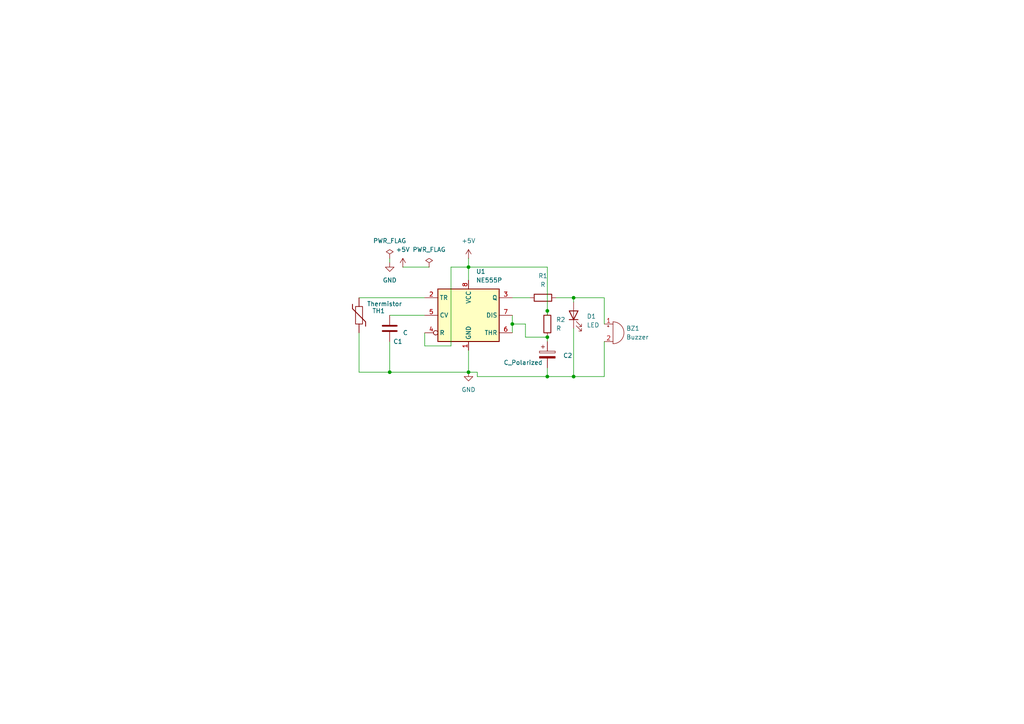
<source format=kicad_sch>
(kicad_sch
	(version 20231120)
	(generator "eeschema")
	(generator_version "8.0")
	(uuid "cc26e102-24b4-4e55-90d3-c83842a1b92f")
	(paper "A4")
	(lib_symbols
		(symbol "Device:Buzzer"
			(pin_names
				(offset 0.0254) hide)
			(exclude_from_sim no)
			(in_bom yes)
			(on_board yes)
			(property "Reference" "BZ"
				(at 3.81 1.27 0)
				(effects
					(font
						(size 1.27 1.27)
					)
					(justify left)
				)
			)
			(property "Value" "Buzzer"
				(at 3.81 -1.27 0)
				(effects
					(font
						(size 1.27 1.27)
					)
					(justify left)
				)
			)
			(property "Footprint" ""
				(at -0.635 2.54 90)
				(effects
					(font
						(size 1.27 1.27)
					)
					(hide yes)
				)
			)
			(property "Datasheet" "~"
				(at -0.635 2.54 90)
				(effects
					(font
						(size 1.27 1.27)
					)
					(hide yes)
				)
			)
			(property "Description" "Buzzer, polarized"
				(at 0 0 0)
				(effects
					(font
						(size 1.27 1.27)
					)
					(hide yes)
				)
			)
			(property "ki_keywords" "quartz resonator ceramic"
				(at 0 0 0)
				(effects
					(font
						(size 1.27 1.27)
					)
					(hide yes)
				)
			)
			(property "ki_fp_filters" "*Buzzer*"
				(at 0 0 0)
				(effects
					(font
						(size 1.27 1.27)
					)
					(hide yes)
				)
			)
			(symbol "Buzzer_0_1"
				(arc
					(start 0 -3.175)
					(mid 3.1612 0)
					(end 0 3.175)
					(stroke
						(width 0)
						(type default)
					)
					(fill
						(type none)
					)
				)
				(polyline
					(pts
						(xy -1.651 1.905) (xy -1.143 1.905)
					)
					(stroke
						(width 0)
						(type default)
					)
					(fill
						(type none)
					)
				)
				(polyline
					(pts
						(xy -1.397 2.159) (xy -1.397 1.651)
					)
					(stroke
						(width 0)
						(type default)
					)
					(fill
						(type none)
					)
				)
				(polyline
					(pts
						(xy 0 3.175) (xy 0 -3.175)
					)
					(stroke
						(width 0)
						(type default)
					)
					(fill
						(type none)
					)
				)
			)
			(symbol "Buzzer_1_1"
				(pin passive line
					(at -2.54 2.54 0)
					(length 2.54)
					(name "+"
						(effects
							(font
								(size 1.27 1.27)
							)
						)
					)
					(number "1"
						(effects
							(font
								(size 1.27 1.27)
							)
						)
					)
				)
				(pin passive line
					(at -2.54 -2.54 0)
					(length 2.54)
					(name "-"
						(effects
							(font
								(size 1.27 1.27)
							)
						)
					)
					(number "2"
						(effects
							(font
								(size 1.27 1.27)
							)
						)
					)
				)
			)
		)
		(symbol "Device:C"
			(pin_numbers hide)
			(pin_names
				(offset 0.254)
			)
			(exclude_from_sim no)
			(in_bom yes)
			(on_board yes)
			(property "Reference" "C"
				(at 0.635 2.54 0)
				(effects
					(font
						(size 1.27 1.27)
					)
					(justify left)
				)
			)
			(property "Value" "C"
				(at 0.635 -2.54 0)
				(effects
					(font
						(size 1.27 1.27)
					)
					(justify left)
				)
			)
			(property "Footprint" ""
				(at 0.9652 -3.81 0)
				(effects
					(font
						(size 1.27 1.27)
					)
					(hide yes)
				)
			)
			(property "Datasheet" "~"
				(at 0 0 0)
				(effects
					(font
						(size 1.27 1.27)
					)
					(hide yes)
				)
			)
			(property "Description" "Unpolarized capacitor"
				(at 0 0 0)
				(effects
					(font
						(size 1.27 1.27)
					)
					(hide yes)
				)
			)
			(property "ki_keywords" "cap capacitor"
				(at 0 0 0)
				(effects
					(font
						(size 1.27 1.27)
					)
					(hide yes)
				)
			)
			(property "ki_fp_filters" "C_*"
				(at 0 0 0)
				(effects
					(font
						(size 1.27 1.27)
					)
					(hide yes)
				)
			)
			(symbol "C_0_1"
				(polyline
					(pts
						(xy -2.032 -0.762) (xy 2.032 -0.762)
					)
					(stroke
						(width 0.508)
						(type default)
					)
					(fill
						(type none)
					)
				)
				(polyline
					(pts
						(xy -2.032 0.762) (xy 2.032 0.762)
					)
					(stroke
						(width 0.508)
						(type default)
					)
					(fill
						(type none)
					)
				)
			)
			(symbol "C_1_1"
				(pin passive line
					(at 0 3.81 270)
					(length 2.794)
					(name "~"
						(effects
							(font
								(size 1.27 1.27)
							)
						)
					)
					(number "1"
						(effects
							(font
								(size 1.27 1.27)
							)
						)
					)
				)
				(pin passive line
					(at 0 -3.81 90)
					(length 2.794)
					(name "~"
						(effects
							(font
								(size 1.27 1.27)
							)
						)
					)
					(number "2"
						(effects
							(font
								(size 1.27 1.27)
							)
						)
					)
				)
			)
		)
		(symbol "Device:C_Polarized"
			(pin_numbers hide)
			(pin_names
				(offset 0.254)
			)
			(exclude_from_sim no)
			(in_bom yes)
			(on_board yes)
			(property "Reference" "C"
				(at 0.635 2.54 0)
				(effects
					(font
						(size 1.27 1.27)
					)
					(justify left)
				)
			)
			(property "Value" "C_Polarized"
				(at 0.635 -2.54 0)
				(effects
					(font
						(size 1.27 1.27)
					)
					(justify left)
				)
			)
			(property "Footprint" ""
				(at 0.9652 -3.81 0)
				(effects
					(font
						(size 1.27 1.27)
					)
					(hide yes)
				)
			)
			(property "Datasheet" "~"
				(at 0 0 0)
				(effects
					(font
						(size 1.27 1.27)
					)
					(hide yes)
				)
			)
			(property "Description" "Polarized capacitor"
				(at 0 0 0)
				(effects
					(font
						(size 1.27 1.27)
					)
					(hide yes)
				)
			)
			(property "ki_keywords" "cap capacitor"
				(at 0 0 0)
				(effects
					(font
						(size 1.27 1.27)
					)
					(hide yes)
				)
			)
			(property "ki_fp_filters" "CP_*"
				(at 0 0 0)
				(effects
					(font
						(size 1.27 1.27)
					)
					(hide yes)
				)
			)
			(symbol "C_Polarized_0_1"
				(rectangle
					(start -2.286 0.508)
					(end 2.286 1.016)
					(stroke
						(width 0)
						(type default)
					)
					(fill
						(type none)
					)
				)
				(polyline
					(pts
						(xy -1.778 2.286) (xy -0.762 2.286)
					)
					(stroke
						(width 0)
						(type default)
					)
					(fill
						(type none)
					)
				)
				(polyline
					(pts
						(xy -1.27 2.794) (xy -1.27 1.778)
					)
					(stroke
						(width 0)
						(type default)
					)
					(fill
						(type none)
					)
				)
				(rectangle
					(start 2.286 -0.508)
					(end -2.286 -1.016)
					(stroke
						(width 0)
						(type default)
					)
					(fill
						(type outline)
					)
				)
			)
			(symbol "C_Polarized_1_1"
				(pin passive line
					(at 0 3.81 270)
					(length 2.794)
					(name "~"
						(effects
							(font
								(size 1.27 1.27)
							)
						)
					)
					(number "1"
						(effects
							(font
								(size 1.27 1.27)
							)
						)
					)
				)
				(pin passive line
					(at 0 -3.81 90)
					(length 2.794)
					(name "~"
						(effects
							(font
								(size 1.27 1.27)
							)
						)
					)
					(number "2"
						(effects
							(font
								(size 1.27 1.27)
							)
						)
					)
				)
			)
		)
		(symbol "Device:LED"
			(pin_numbers hide)
			(pin_names
				(offset 1.016) hide)
			(exclude_from_sim no)
			(in_bom yes)
			(on_board yes)
			(property "Reference" "D"
				(at 0 2.54 0)
				(effects
					(font
						(size 1.27 1.27)
					)
				)
			)
			(property "Value" "LED"
				(at 0 -2.54 0)
				(effects
					(font
						(size 1.27 1.27)
					)
				)
			)
			(property "Footprint" ""
				(at 0 0 0)
				(effects
					(font
						(size 1.27 1.27)
					)
					(hide yes)
				)
			)
			(property "Datasheet" "~"
				(at 0 0 0)
				(effects
					(font
						(size 1.27 1.27)
					)
					(hide yes)
				)
			)
			(property "Description" "Light emitting diode"
				(at 0 0 0)
				(effects
					(font
						(size 1.27 1.27)
					)
					(hide yes)
				)
			)
			(property "ki_keywords" "LED diode"
				(at 0 0 0)
				(effects
					(font
						(size 1.27 1.27)
					)
					(hide yes)
				)
			)
			(property "ki_fp_filters" "LED* LED_SMD:* LED_THT:*"
				(at 0 0 0)
				(effects
					(font
						(size 1.27 1.27)
					)
					(hide yes)
				)
			)
			(symbol "LED_0_1"
				(polyline
					(pts
						(xy -1.27 -1.27) (xy -1.27 1.27)
					)
					(stroke
						(width 0.254)
						(type default)
					)
					(fill
						(type none)
					)
				)
				(polyline
					(pts
						(xy -1.27 0) (xy 1.27 0)
					)
					(stroke
						(width 0)
						(type default)
					)
					(fill
						(type none)
					)
				)
				(polyline
					(pts
						(xy 1.27 -1.27) (xy 1.27 1.27) (xy -1.27 0) (xy 1.27 -1.27)
					)
					(stroke
						(width 0.254)
						(type default)
					)
					(fill
						(type none)
					)
				)
				(polyline
					(pts
						(xy -3.048 -0.762) (xy -4.572 -2.286) (xy -3.81 -2.286) (xy -4.572 -2.286) (xy -4.572 -1.524)
					)
					(stroke
						(width 0)
						(type default)
					)
					(fill
						(type none)
					)
				)
				(polyline
					(pts
						(xy -1.778 -0.762) (xy -3.302 -2.286) (xy -2.54 -2.286) (xy -3.302 -2.286) (xy -3.302 -1.524)
					)
					(stroke
						(width 0)
						(type default)
					)
					(fill
						(type none)
					)
				)
			)
			(symbol "LED_1_1"
				(pin passive line
					(at -3.81 0 0)
					(length 2.54)
					(name "K"
						(effects
							(font
								(size 1.27 1.27)
							)
						)
					)
					(number "1"
						(effects
							(font
								(size 1.27 1.27)
							)
						)
					)
				)
				(pin passive line
					(at 3.81 0 180)
					(length 2.54)
					(name "A"
						(effects
							(font
								(size 1.27 1.27)
							)
						)
					)
					(number "2"
						(effects
							(font
								(size 1.27 1.27)
							)
						)
					)
				)
			)
		)
		(symbol "Device:R"
			(pin_numbers hide)
			(pin_names
				(offset 0)
			)
			(exclude_from_sim no)
			(in_bom yes)
			(on_board yes)
			(property "Reference" "R"
				(at 2.032 0 90)
				(effects
					(font
						(size 1.27 1.27)
					)
				)
			)
			(property "Value" "R"
				(at 0 0 90)
				(effects
					(font
						(size 1.27 1.27)
					)
				)
			)
			(property "Footprint" ""
				(at -1.778 0 90)
				(effects
					(font
						(size 1.27 1.27)
					)
					(hide yes)
				)
			)
			(property "Datasheet" "~"
				(at 0 0 0)
				(effects
					(font
						(size 1.27 1.27)
					)
					(hide yes)
				)
			)
			(property "Description" "Resistor"
				(at 0 0 0)
				(effects
					(font
						(size 1.27 1.27)
					)
					(hide yes)
				)
			)
			(property "ki_keywords" "R res resistor"
				(at 0 0 0)
				(effects
					(font
						(size 1.27 1.27)
					)
					(hide yes)
				)
			)
			(property "ki_fp_filters" "R_*"
				(at 0 0 0)
				(effects
					(font
						(size 1.27 1.27)
					)
					(hide yes)
				)
			)
			(symbol "R_0_1"
				(rectangle
					(start -1.016 -2.54)
					(end 1.016 2.54)
					(stroke
						(width 0.254)
						(type default)
					)
					(fill
						(type none)
					)
				)
			)
			(symbol "R_1_1"
				(pin passive line
					(at 0 3.81 270)
					(length 1.27)
					(name "~"
						(effects
							(font
								(size 1.27 1.27)
							)
						)
					)
					(number "1"
						(effects
							(font
								(size 1.27 1.27)
							)
						)
					)
				)
				(pin passive line
					(at 0 -3.81 90)
					(length 1.27)
					(name "~"
						(effects
							(font
								(size 1.27 1.27)
							)
						)
					)
					(number "2"
						(effects
							(font
								(size 1.27 1.27)
							)
						)
					)
				)
			)
		)
		(symbol "Device:Thermistor"
			(pin_numbers hide)
			(pin_names
				(offset 0)
			)
			(exclude_from_sim no)
			(in_bom yes)
			(on_board yes)
			(property "Reference" "TH"
				(at 2.54 1.27 90)
				(effects
					(font
						(size 1.27 1.27)
					)
				)
			)
			(property "Value" "Thermistor"
				(at -2.54 0 90)
				(effects
					(font
						(size 1.27 1.27)
					)
					(justify bottom)
				)
			)
			(property "Footprint" ""
				(at 0 0 0)
				(effects
					(font
						(size 1.27 1.27)
					)
					(hide yes)
				)
			)
			(property "Datasheet" "~"
				(at 0 0 0)
				(effects
					(font
						(size 1.27 1.27)
					)
					(hide yes)
				)
			)
			(property "Description" "Temperature dependent resistor"
				(at 0 0 0)
				(effects
					(font
						(size 1.27 1.27)
					)
					(hide yes)
				)
			)
			(property "ki_keywords" "R res thermistor"
				(at 0 0 0)
				(effects
					(font
						(size 1.27 1.27)
					)
					(hide yes)
				)
			)
			(property "ki_fp_filters" "R_*"
				(at 0 0 0)
				(effects
					(font
						(size 1.27 1.27)
					)
					(hide yes)
				)
			)
			(symbol "Thermistor_0_1"
				(rectangle
					(start -1.016 2.54)
					(end 1.016 -2.54)
					(stroke
						(width 0.2032)
						(type default)
					)
					(fill
						(type none)
					)
				)
				(polyline
					(pts
						(xy -1.905 3.175) (xy -1.905 1.905) (xy 1.905 -1.905) (xy 1.905 -3.175) (xy 1.905 -3.175)
					)
					(stroke
						(width 0.254)
						(type default)
					)
					(fill
						(type none)
					)
				)
			)
			(symbol "Thermistor_1_1"
				(pin passive line
					(at 0 5.08 270)
					(length 2.54)
					(name "~"
						(effects
							(font
								(size 1.27 1.27)
							)
						)
					)
					(number "1"
						(effects
							(font
								(size 1.27 1.27)
							)
						)
					)
				)
				(pin passive line
					(at 0 -5.08 90)
					(length 2.54)
					(name "~"
						(effects
							(font
								(size 1.27 1.27)
							)
						)
					)
					(number "2"
						(effects
							(font
								(size 1.27 1.27)
							)
						)
					)
				)
			)
		)
		(symbol "Timer:NE555P"
			(exclude_from_sim no)
			(in_bom yes)
			(on_board yes)
			(property "Reference" "U"
				(at -10.16 8.89 0)
				(effects
					(font
						(size 1.27 1.27)
					)
					(justify left)
				)
			)
			(property "Value" "NE555P"
				(at 2.54 8.89 0)
				(effects
					(font
						(size 1.27 1.27)
					)
					(justify left)
				)
			)
			(property "Footprint" "Package_DIP:DIP-8_W7.62mm"
				(at 16.51 -10.16 0)
				(effects
					(font
						(size 1.27 1.27)
					)
					(hide yes)
				)
			)
			(property "Datasheet" "http://www.ti.com/lit/ds/symlink/ne555.pdf"
				(at 21.59 -10.16 0)
				(effects
					(font
						(size 1.27 1.27)
					)
					(hide yes)
				)
			)
			(property "Description" "Precision Timers, 555 compatible,  PDIP-8"
				(at 0 0 0)
				(effects
					(font
						(size 1.27 1.27)
					)
					(hide yes)
				)
			)
			(property "ki_keywords" "single timer 555"
				(at 0 0 0)
				(effects
					(font
						(size 1.27 1.27)
					)
					(hide yes)
				)
			)
			(property "ki_fp_filters" "DIP*W7.62mm*"
				(at 0 0 0)
				(effects
					(font
						(size 1.27 1.27)
					)
					(hide yes)
				)
			)
			(symbol "NE555P_0_0"
				(pin power_in line
					(at 0 -10.16 90)
					(length 2.54)
					(name "GND"
						(effects
							(font
								(size 1.27 1.27)
							)
						)
					)
					(number "1"
						(effects
							(font
								(size 1.27 1.27)
							)
						)
					)
				)
				(pin power_in line
					(at 0 10.16 270)
					(length 2.54)
					(name "VCC"
						(effects
							(font
								(size 1.27 1.27)
							)
						)
					)
					(number "8"
						(effects
							(font
								(size 1.27 1.27)
							)
						)
					)
				)
			)
			(symbol "NE555P_0_1"
				(rectangle
					(start -8.89 -7.62)
					(end 8.89 7.62)
					(stroke
						(width 0.254)
						(type default)
					)
					(fill
						(type background)
					)
				)
				(rectangle
					(start -8.89 -7.62)
					(end 8.89 7.62)
					(stroke
						(width 0.254)
						(type default)
					)
					(fill
						(type background)
					)
				)
			)
			(symbol "NE555P_1_1"
				(pin input line
					(at -12.7 5.08 0)
					(length 3.81)
					(name "TR"
						(effects
							(font
								(size 1.27 1.27)
							)
						)
					)
					(number "2"
						(effects
							(font
								(size 1.27 1.27)
							)
						)
					)
				)
				(pin output line
					(at 12.7 5.08 180)
					(length 3.81)
					(name "Q"
						(effects
							(font
								(size 1.27 1.27)
							)
						)
					)
					(number "3"
						(effects
							(font
								(size 1.27 1.27)
							)
						)
					)
				)
				(pin input inverted
					(at -12.7 -5.08 0)
					(length 3.81)
					(name "R"
						(effects
							(font
								(size 1.27 1.27)
							)
						)
					)
					(number "4"
						(effects
							(font
								(size 1.27 1.27)
							)
						)
					)
				)
				(pin input line
					(at -12.7 0 0)
					(length 3.81)
					(name "CV"
						(effects
							(font
								(size 1.27 1.27)
							)
						)
					)
					(number "5"
						(effects
							(font
								(size 1.27 1.27)
							)
						)
					)
				)
				(pin input line
					(at 12.7 -5.08 180)
					(length 3.81)
					(name "THR"
						(effects
							(font
								(size 1.27 1.27)
							)
						)
					)
					(number "6"
						(effects
							(font
								(size 1.27 1.27)
							)
						)
					)
				)
				(pin input line
					(at 12.7 0 180)
					(length 3.81)
					(name "DIS"
						(effects
							(font
								(size 1.27 1.27)
							)
						)
					)
					(number "7"
						(effects
							(font
								(size 1.27 1.27)
							)
						)
					)
				)
			)
		)
		(symbol "power:+5V"
			(power)
			(pin_numbers hide)
			(pin_names
				(offset 0) hide)
			(exclude_from_sim no)
			(in_bom yes)
			(on_board yes)
			(property "Reference" "#PWR"
				(at 0 -3.81 0)
				(effects
					(font
						(size 1.27 1.27)
					)
					(hide yes)
				)
			)
			(property "Value" "+5V"
				(at 0 3.556 0)
				(effects
					(font
						(size 1.27 1.27)
					)
				)
			)
			(property "Footprint" ""
				(at 0 0 0)
				(effects
					(font
						(size 1.27 1.27)
					)
					(hide yes)
				)
			)
			(property "Datasheet" ""
				(at 0 0 0)
				(effects
					(font
						(size 1.27 1.27)
					)
					(hide yes)
				)
			)
			(property "Description" "Power symbol creates a global label with name \"+5V\""
				(at 0 0 0)
				(effects
					(font
						(size 1.27 1.27)
					)
					(hide yes)
				)
			)
			(property "ki_keywords" "global power"
				(at 0 0 0)
				(effects
					(font
						(size 1.27 1.27)
					)
					(hide yes)
				)
			)
			(symbol "+5V_0_1"
				(polyline
					(pts
						(xy -0.762 1.27) (xy 0 2.54)
					)
					(stroke
						(width 0)
						(type default)
					)
					(fill
						(type none)
					)
				)
				(polyline
					(pts
						(xy 0 0) (xy 0 2.54)
					)
					(stroke
						(width 0)
						(type default)
					)
					(fill
						(type none)
					)
				)
				(polyline
					(pts
						(xy 0 2.54) (xy 0.762 1.27)
					)
					(stroke
						(width 0)
						(type default)
					)
					(fill
						(type none)
					)
				)
			)
			(symbol "+5V_1_1"
				(pin power_in line
					(at 0 0 90)
					(length 0)
					(name "~"
						(effects
							(font
								(size 1.27 1.27)
							)
						)
					)
					(number "1"
						(effects
							(font
								(size 1.27 1.27)
							)
						)
					)
				)
			)
		)
		(symbol "power:GND"
			(power)
			(pin_numbers hide)
			(pin_names
				(offset 0) hide)
			(exclude_from_sim no)
			(in_bom yes)
			(on_board yes)
			(property "Reference" "#PWR"
				(at 0 -6.35 0)
				(effects
					(font
						(size 1.27 1.27)
					)
					(hide yes)
				)
			)
			(property "Value" "GND"
				(at 0 -3.81 0)
				(effects
					(font
						(size 1.27 1.27)
					)
				)
			)
			(property "Footprint" ""
				(at 0 0 0)
				(effects
					(font
						(size 1.27 1.27)
					)
					(hide yes)
				)
			)
			(property "Datasheet" ""
				(at 0 0 0)
				(effects
					(font
						(size 1.27 1.27)
					)
					(hide yes)
				)
			)
			(property "Description" "Power symbol creates a global label with name \"GND\" , ground"
				(at 0 0 0)
				(effects
					(font
						(size 1.27 1.27)
					)
					(hide yes)
				)
			)
			(property "ki_keywords" "global power"
				(at 0 0 0)
				(effects
					(font
						(size 1.27 1.27)
					)
					(hide yes)
				)
			)
			(symbol "GND_0_1"
				(polyline
					(pts
						(xy 0 0) (xy 0 -1.27) (xy 1.27 -1.27) (xy 0 -2.54) (xy -1.27 -1.27) (xy 0 -1.27)
					)
					(stroke
						(width 0)
						(type default)
					)
					(fill
						(type none)
					)
				)
			)
			(symbol "GND_1_1"
				(pin power_in line
					(at 0 0 270)
					(length 0)
					(name "~"
						(effects
							(font
								(size 1.27 1.27)
							)
						)
					)
					(number "1"
						(effects
							(font
								(size 1.27 1.27)
							)
						)
					)
				)
			)
		)
		(symbol "power:PWR_FLAG"
			(power)
			(pin_numbers hide)
			(pin_names
				(offset 0) hide)
			(exclude_from_sim no)
			(in_bom yes)
			(on_board yes)
			(property "Reference" "#FLG"
				(at 0 1.905 0)
				(effects
					(font
						(size 1.27 1.27)
					)
					(hide yes)
				)
			)
			(property "Value" "PWR_FLAG"
				(at 0 3.81 0)
				(effects
					(font
						(size 1.27 1.27)
					)
				)
			)
			(property "Footprint" ""
				(at 0 0 0)
				(effects
					(font
						(size 1.27 1.27)
					)
					(hide yes)
				)
			)
			(property "Datasheet" "~"
				(at 0 0 0)
				(effects
					(font
						(size 1.27 1.27)
					)
					(hide yes)
				)
			)
			(property "Description" "Special symbol for telling ERC where power comes from"
				(at 0 0 0)
				(effects
					(font
						(size 1.27 1.27)
					)
					(hide yes)
				)
			)
			(property "ki_keywords" "flag power"
				(at 0 0 0)
				(effects
					(font
						(size 1.27 1.27)
					)
					(hide yes)
				)
			)
			(symbol "PWR_FLAG_0_0"
				(pin power_out line
					(at 0 0 90)
					(length 0)
					(name "~"
						(effects
							(font
								(size 1.27 1.27)
							)
						)
					)
					(number "1"
						(effects
							(font
								(size 1.27 1.27)
							)
						)
					)
				)
			)
			(symbol "PWR_FLAG_0_1"
				(polyline
					(pts
						(xy 0 0) (xy 0 1.27) (xy -1.016 1.905) (xy 0 2.54) (xy 1.016 1.905) (xy 0 1.27)
					)
					(stroke
						(width 0)
						(type default)
					)
					(fill
						(type none)
					)
				)
			)
		)
	)
	(junction
		(at 113.03 107.95)
		(diameter 0)
		(color 0 0 0 0)
		(uuid "2fcd3582-2688-4c3f-9651-bf3a88d26e72")
	)
	(junction
		(at 158.75 90.17)
		(diameter 0)
		(color 0 0 0 0)
		(uuid "36bf9e3e-8c7f-4ae9-aabe-c4b3e3f1b87c")
	)
	(junction
		(at 166.37 109.22)
		(diameter 0)
		(color 0 0 0 0)
		(uuid "66151f29-1f14-469d-881b-9638b3d1dabb")
	)
	(junction
		(at 148.59 93.98)
		(diameter 0)
		(color 0 0 0 0)
		(uuid "96fc55e4-cc81-4af5-a157-1fff9a3431d5")
	)
	(junction
		(at 135.89 107.95)
		(diameter 0)
		(color 0 0 0 0)
		(uuid "a49682a7-aa6b-4734-b7a8-f76e82116208")
	)
	(junction
		(at 158.75 109.22)
		(diameter 0)
		(color 0 0 0 0)
		(uuid "ab45af13-0150-4969-9d4f-e5952e80b553")
	)
	(junction
		(at 158.75 97.79)
		(diameter 0)
		(color 0 0 0 0)
		(uuid "c47bc933-4bbe-4424-ae17-2f1f367ecba4")
	)
	(junction
		(at 135.89 77.47)
		(diameter 0)
		(color 0 0 0 0)
		(uuid "ca76ca2c-58fc-410d-ae16-3201f9bed0bb")
	)
	(junction
		(at 166.37 86.36)
		(diameter 0)
		(color 0 0 0 0)
		(uuid "d920e3cd-8ccc-4892-a70e-91ccae83281e")
	)
	(wire
		(pts
			(xy 152.4 93.98) (xy 152.4 97.79)
		)
		(stroke
			(width 0)
			(type default)
		)
		(uuid "17017692-339e-44c2-93e8-6f051798a3c0")
	)
	(wire
		(pts
			(xy 166.37 95.25) (xy 166.37 109.22)
		)
		(stroke
			(width 0)
			(type default)
		)
		(uuid "17b5bf5e-3f0a-472b-8a83-1fa27b21f374")
	)
	(wire
		(pts
			(xy 158.75 97.79) (xy 158.75 99.06)
		)
		(stroke
			(width 0)
			(type default)
		)
		(uuid "1c67eb87-9903-4f19-96ce-f37b249072f7")
	)
	(wire
		(pts
			(xy 135.89 101.6) (xy 135.89 107.95)
		)
		(stroke
			(width 0)
			(type default)
		)
		(uuid "35756a0c-34ff-4b69-b62f-731a228836ac")
	)
	(wire
		(pts
			(xy 175.26 99.06) (xy 175.26 109.22)
		)
		(stroke
			(width 0)
			(type default)
		)
		(uuid "429cc9af-c871-41ee-803e-246b284e2fe2")
	)
	(wire
		(pts
			(xy 148.59 86.36) (xy 153.67 86.36)
		)
		(stroke
			(width 0)
			(type default)
		)
		(uuid "4478bbdc-45ed-498d-ad89-a83393ef2846")
	)
	(wire
		(pts
			(xy 135.89 77.47) (xy 158.75 77.47)
		)
		(stroke
			(width 0)
			(type default)
		)
		(uuid "476f18bc-0ef1-4267-b948-9db76dd011fd")
	)
	(wire
		(pts
			(xy 158.75 77.47) (xy 158.75 90.17)
		)
		(stroke
			(width 0)
			(type default)
		)
		(uuid "56feab2d-b039-421c-baff-e46e8d8b4a70")
	)
	(wire
		(pts
			(xy 152.4 97.79) (xy 158.75 97.79)
		)
		(stroke
			(width 0)
			(type default)
		)
		(uuid "5d6a8f4a-53f1-414e-be38-7980719c0306")
	)
	(wire
		(pts
			(xy 130.81 77.47) (xy 135.89 77.47)
		)
		(stroke
			(width 0)
			(type default)
		)
		(uuid "67154333-b2c9-460f-8646-5fb107bfb969")
	)
	(wire
		(pts
			(xy 113.03 107.95) (xy 135.89 107.95)
		)
		(stroke
			(width 0)
			(type default)
		)
		(uuid "6aab7edb-e94f-4200-86c2-8b05b34c9332")
	)
	(wire
		(pts
			(xy 130.81 100.33) (xy 130.81 77.47)
		)
		(stroke
			(width 0)
			(type default)
		)
		(uuid "6beb6632-2449-4bd6-953e-8422d7003d70")
	)
	(wire
		(pts
			(xy 113.03 74.93) (xy 113.03 76.2)
		)
		(stroke
			(width 0)
			(type default)
		)
		(uuid "7414e6ec-9264-45d4-adb2-f6404268cec9")
	)
	(wire
		(pts
			(xy 161.29 86.36) (xy 166.37 86.36)
		)
		(stroke
			(width 0)
			(type default)
		)
		(uuid "75ddd401-c5b9-47cc-85e3-2ff699ef9d16")
	)
	(wire
		(pts
			(xy 166.37 86.36) (xy 175.26 86.36)
		)
		(stroke
			(width 0)
			(type default)
		)
		(uuid "783d8aa1-1cd1-49f1-bc2a-51e13fcc6d03")
	)
	(wire
		(pts
			(xy 166.37 109.22) (xy 158.75 109.22)
		)
		(stroke
			(width 0)
			(type default)
		)
		(uuid "7f080ea8-68bc-4b38-8c8a-888aab32e4a7")
	)
	(wire
		(pts
			(xy 104.14 86.36) (xy 123.19 86.36)
		)
		(stroke
			(width 0)
			(type default)
		)
		(uuid "8680a583-7e5c-44ea-993e-8dd931fcd166")
	)
	(wire
		(pts
			(xy 158.75 109.22) (xy 138.43 109.22)
		)
		(stroke
			(width 0)
			(type default)
		)
		(uuid "8a01293b-96f5-4d55-abc8-091fac2f1ea9")
	)
	(wire
		(pts
			(xy 138.43 109.22) (xy 138.43 107.95)
		)
		(stroke
			(width 0)
			(type default)
		)
		(uuid "8c89b489-c3a7-441c-bdf4-59262f4e2f75")
	)
	(wire
		(pts
			(xy 104.14 96.52) (xy 104.14 107.95)
		)
		(stroke
			(width 0)
			(type default)
		)
		(uuid "8efcbd18-4532-4cd2-8942-f3f19cac25c0")
	)
	(wire
		(pts
			(xy 123.19 100.33) (xy 130.81 100.33)
		)
		(stroke
			(width 0)
			(type default)
		)
		(uuid "922525b6-dce4-4118-9a52-dcd8490e0534")
	)
	(wire
		(pts
			(xy 158.75 106.68) (xy 158.75 109.22)
		)
		(stroke
			(width 0)
			(type default)
		)
		(uuid "949b5f61-0079-4b21-8217-8211db964e5f")
	)
	(wire
		(pts
			(xy 175.26 93.98) (xy 175.26 86.36)
		)
		(stroke
			(width 0)
			(type default)
		)
		(uuid "9bf4e8a0-85c8-48d2-9418-88476072c779")
	)
	(wire
		(pts
			(xy 148.59 93.98) (xy 148.59 96.52)
		)
		(stroke
			(width 0)
			(type default)
		)
		(uuid "9ce3fa78-950c-471b-8ddd-55b8a184bb4b")
	)
	(wire
		(pts
			(xy 116.84 77.47) (xy 124.46 77.47)
		)
		(stroke
			(width 0)
			(type default)
		)
		(uuid "abb95acd-7fe8-44fe-965c-a25bafbec1f6")
	)
	(wire
		(pts
			(xy 123.19 96.52) (xy 123.19 100.33)
		)
		(stroke
			(width 0)
			(type default)
		)
		(uuid "b027f1cd-67aa-4ba2-92fd-e8e58c1d8008")
	)
	(wire
		(pts
			(xy 148.59 93.98) (xy 152.4 93.98)
		)
		(stroke
			(width 0)
			(type default)
		)
		(uuid "b72e4971-4c6f-4ba2-be81-9bfa2c9a913d")
	)
	(wire
		(pts
			(xy 166.37 86.36) (xy 166.37 87.63)
		)
		(stroke
			(width 0)
			(type default)
		)
		(uuid "c07f2e4f-6213-4c5c-9db5-33693b12a382")
	)
	(wire
		(pts
			(xy 113.03 91.44) (xy 123.19 91.44)
		)
		(stroke
			(width 0)
			(type default)
		)
		(uuid "c2c1bca2-c05a-4a1b-8b32-78ccea7343ff")
	)
	(wire
		(pts
			(xy 135.89 77.47) (xy 135.89 81.28)
		)
		(stroke
			(width 0)
			(type default)
		)
		(uuid "c8c72630-3923-4319-9723-b2ae2b85a1ab")
	)
	(wire
		(pts
			(xy 138.43 107.95) (xy 135.89 107.95)
		)
		(stroke
			(width 0)
			(type default)
		)
		(uuid "ca38158d-ec0f-4328-83eb-d68654a16bea")
	)
	(wire
		(pts
			(xy 175.26 109.22) (xy 166.37 109.22)
		)
		(stroke
			(width 0)
			(type default)
		)
		(uuid "ce135ceb-9f72-4335-8a02-f892da7adcd1")
	)
	(wire
		(pts
			(xy 148.59 91.44) (xy 148.59 93.98)
		)
		(stroke
			(width 0)
			(type default)
		)
		(uuid "f152025c-8967-4f98-b74d-80672c81b7c1")
	)
	(wire
		(pts
			(xy 104.14 107.95) (xy 113.03 107.95)
		)
		(stroke
			(width 0)
			(type default)
		)
		(uuid "f3eed563-40d4-48b9-abe8-9da099f17ef5")
	)
	(wire
		(pts
			(xy 158.75 90.17) (xy 158.75 91.44)
		)
		(stroke
			(width 0)
			(type default)
		)
		(uuid "f755e2d0-c160-41cb-9ed8-ea68c8b16bf9")
	)
	(wire
		(pts
			(xy 135.89 74.93) (xy 135.89 77.47)
		)
		(stroke
			(width 0)
			(type default)
		)
		(uuid "fa7bad5e-786e-4589-aeb9-e0859db6c935")
	)
	(wire
		(pts
			(xy 113.03 99.06) (xy 113.03 107.95)
		)
		(stroke
			(width 0)
			(type default)
		)
		(uuid "ffddbbd6-3a4d-4a69-9cc3-28ba2c665f69")
	)
	(symbol
		(lib_id "Device:LED")
		(at 166.37 91.44 90)
		(unit 1)
		(exclude_from_sim no)
		(in_bom yes)
		(on_board yes)
		(dnp no)
		(fields_autoplaced yes)
		(uuid "07374ae1-891c-4c02-9e7e-4bf8094aeff0")
		(property "Reference" "D1"
			(at 170.18 91.7574 90)
			(effects
				(font
					(size 1.27 1.27)
				)
				(justify right)
			)
		)
		(property "Value" "LED"
			(at 170.18 94.2974 90)
			(effects
				(font
					(size 1.27 1.27)
				)
				(justify right)
			)
		)
		(property "Footprint" "LED_THT:LED_D3.0mm"
			(at 166.37 91.44 0)
			(effects
				(font
					(size 1.27 1.27)
				)
				(hide yes)
			)
		)
		(property "Datasheet" "~"
			(at 166.37 91.44 0)
			(effects
				(font
					(size 1.27 1.27)
				)
				(hide yes)
			)
		)
		(property "Description" "Light emitting diode"
			(at 166.37 91.44 0)
			(effects
				(font
					(size 1.27 1.27)
				)
				(hide yes)
			)
		)
		(pin "1"
			(uuid "be72071e-a600-4959-987a-6a775ed1349f")
		)
		(pin "2"
			(uuid "6e4ef354-dda3-48c9-b94f-4cede029c097")
		)
		(instances
			(project ""
				(path "/cc26e102-24b4-4e55-90d3-c83842a1b92f"
					(reference "D1")
					(unit 1)
				)
			)
		)
	)
	(symbol
		(lib_id "power:+5V")
		(at 116.84 77.47 0)
		(unit 1)
		(exclude_from_sim no)
		(in_bom yes)
		(on_board yes)
		(dnp no)
		(fields_autoplaced yes)
		(uuid "0b1febb0-67a0-46dc-9896-f6d8620659c3")
		(property "Reference" "#PWR04"
			(at 116.84 81.28 0)
			(effects
				(font
					(size 1.27 1.27)
				)
				(hide yes)
			)
		)
		(property "Value" "+5V"
			(at 116.84 72.39 0)
			(effects
				(font
					(size 1.27 1.27)
				)
			)
		)
		(property "Footprint" ""
			(at 116.84 77.47 0)
			(effects
				(font
					(size 1.27 1.27)
				)
				(hide yes)
			)
		)
		(property "Datasheet" ""
			(at 116.84 77.47 0)
			(effects
				(font
					(size 1.27 1.27)
				)
				(hide yes)
			)
		)
		(property "Description" "Power symbol creates a global label with name \"+5V\""
			(at 116.84 77.47 0)
			(effects
				(font
					(size 1.27 1.27)
				)
				(hide yes)
			)
		)
		(pin "1"
			(uuid "ec433d93-ec1a-4279-a408-9f5221867ccb")
		)
		(instances
			(project "Fire Alarm"
				(path "/cc26e102-24b4-4e55-90d3-c83842a1b92f"
					(reference "#PWR04")
					(unit 1)
				)
			)
		)
	)
	(symbol
		(lib_id "Device:R")
		(at 158.75 93.98 0)
		(unit 1)
		(exclude_from_sim no)
		(in_bom yes)
		(on_board yes)
		(dnp no)
		(fields_autoplaced yes)
		(uuid "0d41064c-153d-4ff3-973b-de97b1da1f0c")
		(property "Reference" "R2"
			(at 161.29 92.7099 0)
			(effects
				(font
					(size 1.27 1.27)
				)
				(justify left)
			)
		)
		(property "Value" "R"
			(at 161.29 95.2499 0)
			(effects
				(font
					(size 1.27 1.27)
				)
				(justify left)
			)
		)
		(property "Footprint" "Resistor_THT:R_Axial_DIN0204_L3.6mm_D1.6mm_P7.62mm_Horizontal"
			(at 156.972 93.98 90)
			(effects
				(font
					(size 1.27 1.27)
				)
				(hide yes)
			)
		)
		(property "Datasheet" "~"
			(at 158.75 93.98 0)
			(effects
				(font
					(size 1.27 1.27)
				)
				(hide yes)
			)
		)
		(property "Description" "Resistor"
			(at 158.75 93.98 0)
			(effects
				(font
					(size 1.27 1.27)
				)
				(hide yes)
			)
		)
		(pin "2"
			(uuid "4d3fcbbb-f1e9-4e99-bc83-638f8c23266f")
		)
		(pin "1"
			(uuid "9e8ed6d6-1714-4111-af65-c407fb1c61e5")
		)
		(instances
			(project "Fire Alarm"
				(path "/cc26e102-24b4-4e55-90d3-c83842a1b92f"
					(reference "R2")
					(unit 1)
				)
			)
		)
	)
	(symbol
		(lib_id "power:GND")
		(at 113.03 76.2 0)
		(unit 1)
		(exclude_from_sim no)
		(in_bom yes)
		(on_board yes)
		(dnp no)
		(fields_autoplaced yes)
		(uuid "0da196a8-fd5e-4c2e-a0a1-4f960f14bb27")
		(property "Reference" "#PWR02"
			(at 113.03 82.55 0)
			(effects
				(font
					(size 1.27 1.27)
				)
				(hide yes)
			)
		)
		(property "Value" "GND"
			(at 113.03 81.28 0)
			(effects
				(font
					(size 1.27 1.27)
				)
			)
		)
		(property "Footprint" ""
			(at 113.03 76.2 0)
			(effects
				(font
					(size 1.27 1.27)
				)
				(hide yes)
			)
		)
		(property "Datasheet" ""
			(at 113.03 76.2 0)
			(effects
				(font
					(size 1.27 1.27)
				)
				(hide yes)
			)
		)
		(property "Description" "Power symbol creates a global label with name \"GND\" , ground"
			(at 113.03 76.2 0)
			(effects
				(font
					(size 1.27 1.27)
				)
				(hide yes)
			)
		)
		(pin "1"
			(uuid "a8dd5b86-23bc-411b-a2fb-795898808845")
		)
		(instances
			(project ""
				(path "/cc26e102-24b4-4e55-90d3-c83842a1b92f"
					(reference "#PWR02")
					(unit 1)
				)
			)
		)
	)
	(symbol
		(lib_id "power:+5V")
		(at 135.89 74.93 0)
		(unit 1)
		(exclude_from_sim no)
		(in_bom yes)
		(on_board yes)
		(dnp no)
		(fields_autoplaced yes)
		(uuid "4ef4e498-f9ee-46c0-8e02-d9e588722b28")
		(property "Reference" "#PWR01"
			(at 135.89 78.74 0)
			(effects
				(font
					(size 1.27 1.27)
				)
				(hide yes)
			)
		)
		(property "Value" "+5V"
			(at 135.89 69.85 0)
			(effects
				(font
					(size 1.27 1.27)
				)
			)
		)
		(property "Footprint" ""
			(at 135.89 74.93 0)
			(effects
				(font
					(size 1.27 1.27)
				)
				(hide yes)
			)
		)
		(property "Datasheet" ""
			(at 135.89 74.93 0)
			(effects
				(font
					(size 1.27 1.27)
				)
				(hide yes)
			)
		)
		(property "Description" "Power symbol creates a global label with name \"+5V\""
			(at 135.89 74.93 0)
			(effects
				(font
					(size 1.27 1.27)
				)
				(hide yes)
			)
		)
		(pin "1"
			(uuid "714508d1-d146-4926-8ef9-9a6d96ad30a0")
		)
		(instances
			(project ""
				(path "/cc26e102-24b4-4e55-90d3-c83842a1b92f"
					(reference "#PWR01")
					(unit 1)
				)
			)
		)
	)
	(symbol
		(lib_id "Device:R")
		(at 157.48 86.36 90)
		(unit 1)
		(exclude_from_sim no)
		(in_bom yes)
		(on_board yes)
		(dnp no)
		(fields_autoplaced yes)
		(uuid "53ad4907-622d-415f-a7ea-124e333ebcc6")
		(property "Reference" "R1"
			(at 157.48 80.01 90)
			(effects
				(font
					(size 1.27 1.27)
				)
			)
		)
		(property "Value" "R"
			(at 157.48 82.55 90)
			(effects
				(font
					(size 1.27 1.27)
				)
			)
		)
		(property "Footprint" "Resistor_THT:R_Axial_DIN0204_L3.6mm_D1.6mm_P7.62mm_Horizontal"
			(at 157.48 88.138 90)
			(effects
				(font
					(size 1.27 1.27)
				)
				(hide yes)
			)
		)
		(property "Datasheet" "~"
			(at 157.48 86.36 0)
			(effects
				(font
					(size 1.27 1.27)
				)
				(hide yes)
			)
		)
		(property "Description" "Resistor"
			(at 157.48 86.36 0)
			(effects
				(font
					(size 1.27 1.27)
				)
				(hide yes)
			)
		)
		(pin "2"
			(uuid "530086da-cc79-477a-953c-2d3df501b610")
		)
		(pin "1"
			(uuid "ac0f079d-e0cb-499f-978b-ea157b2e9272")
		)
		(instances
			(project ""
				(path "/cc26e102-24b4-4e55-90d3-c83842a1b92f"
					(reference "R1")
					(unit 1)
				)
			)
		)
	)
	(symbol
		(lib_id "power:GND")
		(at 135.89 107.95 0)
		(unit 1)
		(exclude_from_sim no)
		(in_bom yes)
		(on_board yes)
		(dnp no)
		(fields_autoplaced yes)
		(uuid "6218ab74-9e2f-46a9-b38b-5209062e3182")
		(property "Reference" "#PWR03"
			(at 135.89 114.3 0)
			(effects
				(font
					(size 1.27 1.27)
				)
				(hide yes)
			)
		)
		(property "Value" "GND"
			(at 135.89 113.03 0)
			(effects
				(font
					(size 1.27 1.27)
				)
			)
		)
		(property "Footprint" ""
			(at 135.89 107.95 0)
			(effects
				(font
					(size 1.27 1.27)
				)
				(hide yes)
			)
		)
		(property "Datasheet" ""
			(at 135.89 107.95 0)
			(effects
				(font
					(size 1.27 1.27)
				)
				(hide yes)
			)
		)
		(property "Description" "Power symbol creates a global label with name \"GND\" , ground"
			(at 135.89 107.95 0)
			(effects
				(font
					(size 1.27 1.27)
				)
				(hide yes)
			)
		)
		(pin "1"
			(uuid "defac4f5-04d0-421b-bf35-1d851884e7d4")
		)
		(instances
			(project "Fire Alarm"
				(path "/cc26e102-24b4-4e55-90d3-c83842a1b92f"
					(reference "#PWR03")
					(unit 1)
				)
			)
		)
	)
	(symbol
		(lib_id "Device:C")
		(at 113.03 95.25 0)
		(unit 1)
		(exclude_from_sim no)
		(in_bom yes)
		(on_board yes)
		(dnp no)
		(uuid "b701171b-f51c-4d73-affc-015d03e06dd9")
		(property "Reference" "C1"
			(at 114.046 99.06 0)
			(effects
				(font
					(size 1.27 1.27)
				)
				(justify left)
			)
		)
		(property "Value" "C"
			(at 116.84 96.5199 0)
			(effects
				(font
					(size 1.27 1.27)
				)
				(justify left)
			)
		)
		(property "Footprint" "Capacitor_THT:C_Disc_D3.4mm_W2.1mm_P2.50mm"
			(at 113.9952 99.06 0)
			(effects
				(font
					(size 1.27 1.27)
				)
				(hide yes)
			)
		)
		(property "Datasheet" "~"
			(at 113.03 95.25 0)
			(effects
				(font
					(size 1.27 1.27)
				)
				(hide yes)
			)
		)
		(property "Description" "Unpolarized capacitor"
			(at 113.03 95.25 0)
			(effects
				(font
					(size 1.27 1.27)
				)
				(hide yes)
			)
		)
		(pin "2"
			(uuid "8dd6673f-ee6e-49e4-b2f7-15b99de66407")
		)
		(pin "1"
			(uuid "26df783c-2fb1-48ff-853b-f8a323fc9b74")
		)
		(instances
			(project ""
				(path "/cc26e102-24b4-4e55-90d3-c83842a1b92f"
					(reference "C1")
					(unit 1)
				)
			)
		)
	)
	(symbol
		(lib_id "power:PWR_FLAG")
		(at 124.46 77.47 0)
		(unit 1)
		(exclude_from_sim no)
		(in_bom yes)
		(on_board yes)
		(dnp no)
		(fields_autoplaced yes)
		(uuid "d4851abb-bc8c-4a84-8a09-8660407a2e91")
		(property "Reference" "#FLG03"
			(at 124.46 75.565 0)
			(effects
				(font
					(size 1.27 1.27)
				)
				(hide yes)
			)
		)
		(property "Value" "PWR_FLAG"
			(at 124.46 72.39 0)
			(effects
				(font
					(size 1.27 1.27)
				)
			)
		)
		(property "Footprint" ""
			(at 124.46 77.47 0)
			(effects
				(font
					(size 1.27 1.27)
				)
				(hide yes)
			)
		)
		(property "Datasheet" "~"
			(at 124.46 77.47 0)
			(effects
				(font
					(size 1.27 1.27)
				)
				(hide yes)
			)
		)
		(property "Description" "Special symbol for telling ERC where power comes from"
			(at 124.46 77.47 0)
			(effects
				(font
					(size 1.27 1.27)
				)
				(hide yes)
			)
		)
		(pin "1"
			(uuid "1f586e5c-f9e3-4790-acd9-60bb376df6d2")
		)
		(instances
			(project ""
				(path "/cc26e102-24b4-4e55-90d3-c83842a1b92f"
					(reference "#FLG03")
					(unit 1)
				)
			)
		)
	)
	(symbol
		(lib_id "Device:Buzzer")
		(at 177.8 96.52 0)
		(unit 1)
		(exclude_from_sim no)
		(in_bom yes)
		(on_board yes)
		(dnp no)
		(fields_autoplaced yes)
		(uuid "d4fb325d-71ef-4af6-bcdb-bdc7ca3ca0e8")
		(property "Reference" "BZ1"
			(at 181.61 95.2499 0)
			(effects
				(font
					(size 1.27 1.27)
				)
				(justify left)
			)
		)
		(property "Value" "Buzzer"
			(at 181.61 97.7899 0)
			(effects
				(font
					(size 1.27 1.27)
				)
				(justify left)
			)
		)
		(property "Footprint" "Buzzer_Beeper:MagneticBuzzer_Kingstate_KCG0601"
			(at 177.165 93.98 90)
			(effects
				(font
					(size 1.27 1.27)
				)
				(hide yes)
			)
		)
		(property "Datasheet" "~"
			(at 177.165 93.98 90)
			(effects
				(font
					(size 1.27 1.27)
				)
				(hide yes)
			)
		)
		(property "Description" "Buzzer, polarized"
			(at 177.8 96.52 0)
			(effects
				(font
					(size 1.27 1.27)
				)
				(hide yes)
			)
		)
		(pin "1"
			(uuid "38800176-cb85-4b95-8334-a53b9cfb2fee")
		)
		(pin "2"
			(uuid "b4152823-11f5-44ec-8d86-5c0b1c2f04bf")
		)
		(instances
			(project ""
				(path "/cc26e102-24b4-4e55-90d3-c83842a1b92f"
					(reference "BZ1")
					(unit 1)
				)
			)
		)
	)
	(symbol
		(lib_id "Timer:NE555P")
		(at 135.89 91.44 0)
		(unit 1)
		(exclude_from_sim no)
		(in_bom yes)
		(on_board yes)
		(dnp no)
		(fields_autoplaced yes)
		(uuid "e108a4a3-f316-431a-b071-031f7852c212")
		(property "Reference" "U1"
			(at 138.0841 78.74 0)
			(effects
				(font
					(size 1.27 1.27)
				)
				(justify left)
			)
		)
		(property "Value" "NE555P"
			(at 138.0841 81.28 0)
			(effects
				(font
					(size 1.27 1.27)
				)
				(justify left)
			)
		)
		(property "Footprint" "Package_DIP:DIP-8_W7.62mm_LongPads"
			(at 152.4 101.6 0)
			(effects
				(font
					(size 1.27 1.27)
				)
				(hide yes)
			)
		)
		(property "Datasheet" "http://www.ti.com/lit/ds/symlink/ne555.pdf"
			(at 157.48 101.6 0)
			(effects
				(font
					(size 1.27 1.27)
				)
				(hide yes)
			)
		)
		(property "Description" "Precision Timers, 555 compatible,  PDIP-8"
			(at 135.89 91.44 0)
			(effects
				(font
					(size 1.27 1.27)
				)
				(hide yes)
			)
		)
		(pin "8"
			(uuid "5aedc7cc-5325-479a-bcb9-ab409a8118be")
		)
		(pin "7"
			(uuid "ec98c89d-1465-4d34-afc3-6e54a5511a05")
		)
		(pin "6"
			(uuid "f892e127-332c-4a39-871c-176dfafb459e")
		)
		(pin "3"
			(uuid "1c4e2cea-b079-4929-9a74-8f0393304e35")
		)
		(pin "1"
			(uuid "6add13e6-27dc-417f-9854-35f6721db23d")
		)
		(pin "2"
			(uuid "4dfefaae-ec3d-4c38-be63-02ceb1b58f7d")
		)
		(pin "4"
			(uuid "86599fa3-9416-46c1-bffe-9cfcc01dbefb")
		)
		(pin "5"
			(uuid "cc9a58e4-2d4e-4aec-ba89-4b74f8f765f0")
		)
		(instances
			(project ""
				(path "/cc26e102-24b4-4e55-90d3-c83842a1b92f"
					(reference "U1")
					(unit 1)
				)
			)
		)
	)
	(symbol
		(lib_id "Device:C_Polarized")
		(at 158.75 102.87 0)
		(unit 1)
		(exclude_from_sim no)
		(in_bom yes)
		(on_board yes)
		(dnp no)
		(uuid "e84df8eb-84e6-4815-aa49-9750cc089b62")
		(property "Reference" "C2"
			(at 163.322 103.124 0)
			(effects
				(font
					(size 1.27 1.27)
				)
				(justify left)
			)
		)
		(property "Value" "C_Polarized"
			(at 146.05 105.156 0)
			(effects
				(font
					(size 1.27 1.27)
				)
				(justify left)
			)
		)
		(property "Footprint" "Capacitor_THT:CP_Radial_D5.0mm_P2.50mm"
			(at 159.7152 106.68 0)
			(effects
				(font
					(size 1.27 1.27)
				)
				(hide yes)
			)
		)
		(property "Datasheet" "~"
			(at 158.75 102.87 0)
			(effects
				(font
					(size 1.27 1.27)
				)
				(hide yes)
			)
		)
		(property "Description" "Polarized capacitor"
			(at 158.75 102.87 0)
			(effects
				(font
					(size 1.27 1.27)
				)
				(hide yes)
			)
		)
		(pin "1"
			(uuid "4b6f0f28-5802-423f-85fe-76daeac93260")
		)
		(pin "2"
			(uuid "26008ad4-6aed-4ca7-9f4c-44bbc9021b46")
		)
		(instances
			(project ""
				(path "/cc26e102-24b4-4e55-90d3-c83842a1b92f"
					(reference "C2")
					(unit 1)
				)
			)
		)
	)
	(symbol
		(lib_id "Device:Thermistor")
		(at 104.14 91.44 0)
		(unit 1)
		(exclude_from_sim no)
		(in_bom yes)
		(on_board yes)
		(dnp no)
		(uuid "e86fb109-b912-40ef-a032-824fb3b9f4b3")
		(property "Reference" "TH1"
			(at 107.95 90.1699 0)
			(effects
				(font
					(size 1.27 1.27)
				)
				(justify left)
			)
		)
		(property "Value" "Thermistor"
			(at 106.426 88.138 0)
			(effects
				(font
					(size 1.27 1.27)
				)
				(justify left)
			)
		)
		(property "Footprint" "TerminalBlock:TerminalBlock_bornier-2_P5.08mm"
			(at 104.14 91.44 0)
			(effects
				(font
					(size 1.27 1.27)
				)
				(hide yes)
			)
		)
		(property "Datasheet" "~"
			(at 104.14 91.44 0)
			(effects
				(font
					(size 1.27 1.27)
				)
				(hide yes)
			)
		)
		(property "Description" "Temperature dependent resistor"
			(at 104.14 91.44 0)
			(effects
				(font
					(size 1.27 1.27)
				)
				(hide yes)
			)
		)
		(pin "2"
			(uuid "09a9d5db-78ad-4d9b-83c0-12b320eb785b")
		)
		(pin "1"
			(uuid "f4f659ee-45dd-4632-bfc9-7a07826284a4")
		)
		(instances
			(project ""
				(path "/cc26e102-24b4-4e55-90d3-c83842a1b92f"
					(reference "TH1")
					(unit 1)
				)
			)
		)
	)
	(symbol
		(lib_id "power:PWR_FLAG")
		(at 113.03 74.93 0)
		(unit 1)
		(exclude_from_sim no)
		(in_bom yes)
		(on_board yes)
		(dnp no)
		(fields_autoplaced yes)
		(uuid "f9205bea-c77c-4c42-a065-5919253910b0")
		(property "Reference" "#FLG02"
			(at 113.03 73.025 0)
			(effects
				(font
					(size 1.27 1.27)
				)
				(hide yes)
			)
		)
		(property "Value" "PWR_FLAG"
			(at 113.03 69.85 0)
			(effects
				(font
					(size 1.27 1.27)
				)
			)
		)
		(property "Footprint" ""
			(at 113.03 74.93 0)
			(effects
				(font
					(size 1.27 1.27)
				)
				(hide yes)
			)
		)
		(property "Datasheet" "~"
			(at 113.03 74.93 0)
			(effects
				(font
					(size 1.27 1.27)
				)
				(hide yes)
			)
		)
		(property "Description" "Special symbol for telling ERC where power comes from"
			(at 113.03 74.93 0)
			(effects
				(font
					(size 1.27 1.27)
				)
				(hide yes)
			)
		)
		(pin "1"
			(uuid "f79eee07-dacb-4440-a4b2-cd66127f0926")
		)
		(instances
			(project ""
				(path "/cc26e102-24b4-4e55-90d3-c83842a1b92f"
					(reference "#FLG02")
					(unit 1)
				)
			)
		)
	)
	(sheet_instances
		(path "/"
			(page "1")
		)
	)
)

</source>
